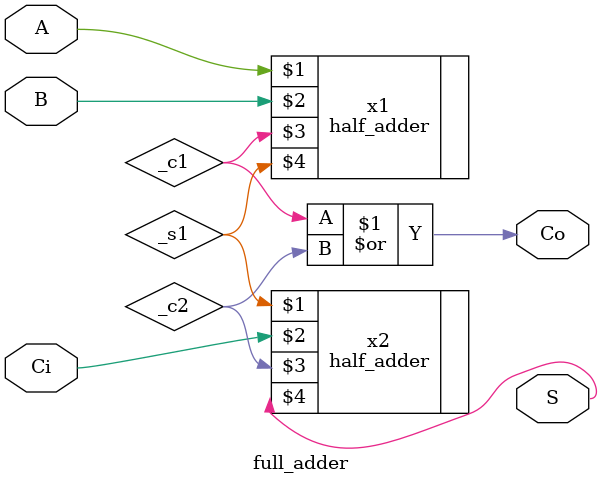
<source format=v>
module full_adder(input A, B, Ci, output Co, S);
  half_adder x1(A, B, _c1, _s1);
  half_adder x2(_s1, Ci, _c2, S);

  or OR(Co, _c1, _c2);
endmodule

</source>
